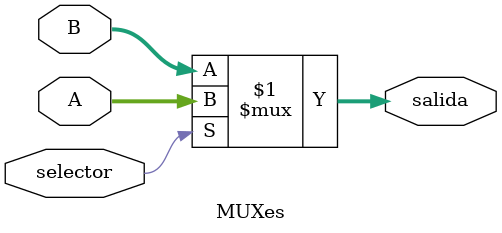
<source format=v>
`timescale 1ns/1ns
module MUXes (
    input selector,
    input [31:0]A,
    input [31:0]B, 
    output [31:0]salida
);

                    //si es 1 es A, sino B
assign salida = (selector) ? A : B;
    
endmodule
</source>
